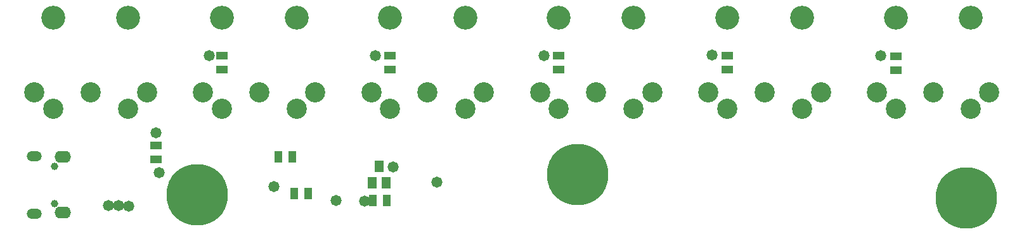
<source format=gbs>
G04*
G04 #@! TF.GenerationSoftware,Altium Limited,Altium Designer,19.1.7 (138)*
G04*
G04 Layer_Color=16711935*
%FSLAX25Y25*%
%MOIN*%
G70*
G01*
G75*
%ADD24R,0.04343X0.05918*%
%ADD25R,0.05918X0.04343*%
%ADD31C,0.32296*%
%ADD32C,0.12611*%
%ADD33C,0.10642*%
%ADD34C,0.03950*%
%ADD35O,0.07887X0.05328*%
%ADD36O,0.08674X0.06312*%
%ADD37C,0.05800*%
%ADD48R,0.04737X0.06312*%
D24*
X145272Y-83289D02*
D03*
X137988D02*
D03*
X194882Y-106299D02*
D03*
X187598D02*
D03*
X146260Y-102362D02*
D03*
X153543D02*
D03*
D25*
X462598Y-30118D02*
D03*
Y-37402D02*
D03*
X73819Y-77067D02*
D03*
Y-84350D02*
D03*
X196850Y-29823D02*
D03*
Y-37106D02*
D03*
X374016Y-29823D02*
D03*
Y-37106D02*
D03*
X285433Y-29823D02*
D03*
Y-37106D02*
D03*
X108268Y-29823D02*
D03*
Y-37106D02*
D03*
D31*
X499855Y-104751D02*
D03*
X295367Y-92576D02*
D03*
X95230Y-103051D02*
D03*
D32*
X462598Y-9843D02*
D03*
X501968D02*
D03*
X374016D02*
D03*
X413386D02*
D03*
X285433D02*
D03*
X324803D02*
D03*
X196850D02*
D03*
X236221D02*
D03*
X108268D02*
D03*
X147638D02*
D03*
X19685Y-9843D02*
D03*
X59055D02*
D03*
D33*
X452756Y-49213D02*
D03*
X462598Y-57874D02*
D03*
X482283Y-49213D02*
D03*
X501968Y-57874D02*
D03*
X511811Y-49213D02*
D03*
X364173D02*
D03*
X374016Y-57874D02*
D03*
X393701Y-49213D02*
D03*
X413386Y-57874D02*
D03*
X423228Y-49213D02*
D03*
X275590D02*
D03*
X285433Y-57874D02*
D03*
X305118Y-49213D02*
D03*
X324803Y-57874D02*
D03*
X334646Y-49213D02*
D03*
X187008D02*
D03*
X196850Y-57874D02*
D03*
X216535Y-49213D02*
D03*
X236221Y-57874D02*
D03*
X246063Y-49213D02*
D03*
X98425D02*
D03*
X108268Y-57874D02*
D03*
X127953Y-49213D02*
D03*
X147638Y-57874D02*
D03*
X157480Y-49213D02*
D03*
X9843Y-49213D02*
D03*
X19685Y-57874D02*
D03*
X39370Y-49213D02*
D03*
X59055Y-57874D02*
D03*
X68898Y-49213D02*
D03*
D34*
X20472Y-107776D02*
D03*
Y-88090D02*
D03*
D35*
X9843Y-82677D02*
D03*
Y-113189D02*
D03*
D36*
X24803Y-83268D02*
D03*
Y-112598D02*
D03*
D37*
X168308Y-106300D02*
D03*
X135827Y-98917D02*
D03*
X101654Y-29804D02*
D03*
X454811Y-29933D02*
D03*
X366142Y-29528D02*
D03*
X277729Y-29850D02*
D03*
X188945Y-29989D02*
D03*
X73819Y-70374D02*
D03*
X75295Y-91535D02*
D03*
X221506Y-96408D02*
D03*
X59330Y-109013D02*
D03*
X54105Y-108939D02*
D03*
X48817D02*
D03*
X183217Y-106501D02*
D03*
X198367Y-88463D02*
D03*
D48*
X190945Y-88189D02*
D03*
X187205Y-96850D02*
D03*
X194685D02*
D03*
M02*

</source>
